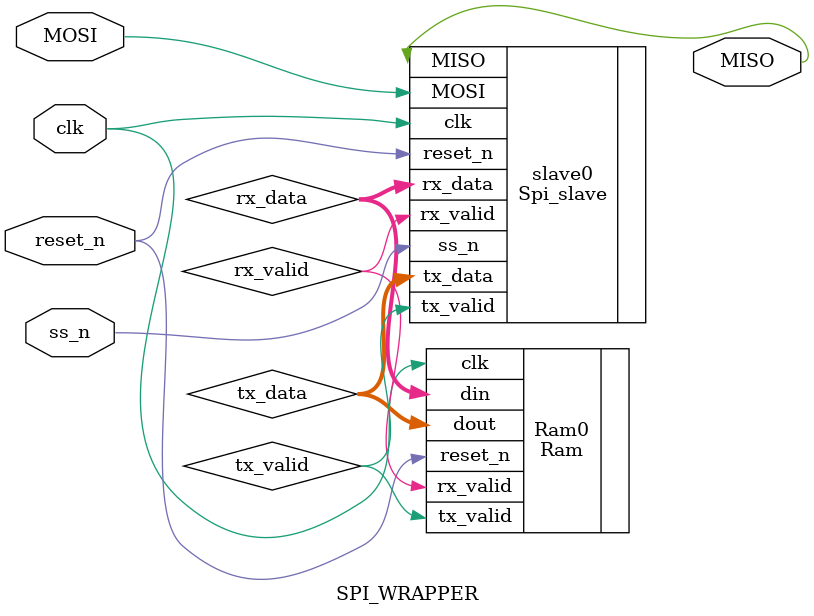
<source format=v>
module SPI_WRAPPER (
    input MOSI,clk,reset_n,ss_n,
    output MISO
);
    wire [9:0] rx_data ;
    wire [7:0] tx_data ;
    wire rx_valid,tx_valid;
        //? spi slave stage
Spi_slave slave0 (
.MOSI(MOSI),
.clk(clk),
.reset_n(reset_n),
.ss_n(ss_n),
.MISO(MISO),
.tx_data(tx_data),
.tx_valid(tx_valid),
.rx_data(rx_data),
.rx_valid(rx_valid)
);

        // ? RAM stage 
Ram #(.Mem_DEBTH(256),.ADDR(8)) Ram0 (
.clk(clk),
.reset_n(reset_n),
.din(rx_data),
.rx_valid(rx_valid),
.tx_valid(tx_valid),
.dout(tx_data)
);

endmodule
</source>
